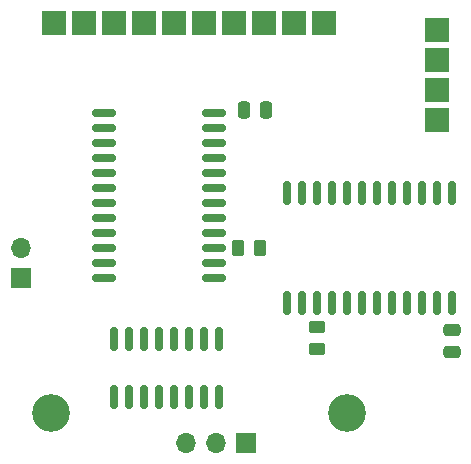
<source format=gbr>
%TF.GenerationSoftware,KiCad,Pcbnew,(6.0.11-0)*%
%TF.CreationDate,2023-04-24T19:25:08-04:00*%
%TF.ProjectId,ClickerController,436c6963-6b65-4724-936f-6e74726f6c6c,rev?*%
%TF.SameCoordinates,Original*%
%TF.FileFunction,Soldermask,Top*%
%TF.FilePolarity,Negative*%
%FSLAX46Y46*%
G04 Gerber Fmt 4.6, Leading zero omitted, Abs format (unit mm)*
G04 Created by KiCad (PCBNEW (6.0.11-0)) date 2023-04-24 19:25:08*
%MOMM*%
%LPD*%
G01*
G04 APERTURE LIST*
G04 Aperture macros list*
%AMRoundRect*
0 Rectangle with rounded corners*
0 $1 Rounding radius*
0 $2 $3 $4 $5 $6 $7 $8 $9 X,Y pos of 4 corners*
0 Add a 4 corners polygon primitive as box body*
4,1,4,$2,$3,$4,$5,$6,$7,$8,$9,$2,$3,0*
0 Add four circle primitives for the rounded corners*
1,1,$1+$1,$2,$3*
1,1,$1+$1,$4,$5*
1,1,$1+$1,$6,$7*
1,1,$1+$1,$8,$9*
0 Add four rect primitives between the rounded corners*
20,1,$1+$1,$2,$3,$4,$5,0*
20,1,$1+$1,$4,$5,$6,$7,0*
20,1,$1+$1,$6,$7,$8,$9,0*
20,1,$1+$1,$8,$9,$2,$3,0*%
G04 Aperture macros list end*
%ADD10C,3.200000*%
%ADD11R,1.700000X1.700000*%
%ADD12O,1.700000X1.700000*%
%ADD13RoundRect,0.150000X-0.875000X-0.150000X0.875000X-0.150000X0.875000X0.150000X-0.875000X0.150000X0*%
%ADD14R,2.000000X2.000000*%
%ADD15RoundRect,0.250000X0.262500X0.450000X-0.262500X0.450000X-0.262500X-0.450000X0.262500X-0.450000X0*%
%ADD16RoundRect,0.250000X0.475000X-0.250000X0.475000X0.250000X-0.475000X0.250000X-0.475000X-0.250000X0*%
%ADD17RoundRect,0.250000X0.250000X0.475000X-0.250000X0.475000X-0.250000X-0.475000X0.250000X-0.475000X0*%
%ADD18RoundRect,0.150000X-0.150000X0.825000X-0.150000X-0.825000X0.150000X-0.825000X0.150000X0.825000X0*%
%ADD19RoundRect,0.250000X-0.450000X0.262500X-0.450000X-0.262500X0.450000X-0.262500X0.450000X0.262500X0*%
%ADD20RoundRect,0.150000X-0.150000X0.875000X-0.150000X-0.875000X0.150000X-0.875000X0.150000X0.875000X0*%
G04 APERTURE END LIST*
D10*
%TO.C,REF\u002A\u002A*%
X136906000Y-93980000D03*
%TD*%
%TO.C,REF\u002A\u002A*%
X161950400Y-93980000D03*
%TD*%
D11*
%TO.C,J2*%
X153401000Y-96520000D03*
D12*
X150861000Y-96520000D03*
X148321000Y-96520000D03*
%TD*%
D13*
%TO.C,U1*%
X141400000Y-68580000D03*
X141400000Y-69850000D03*
X141400000Y-71120000D03*
X141400000Y-72390000D03*
X141400000Y-73660000D03*
X141400000Y-74930000D03*
X141400000Y-76200000D03*
X141400000Y-77470000D03*
X141400000Y-78740000D03*
X141400000Y-80010000D03*
X141400000Y-81280000D03*
X141400000Y-82550000D03*
X150700000Y-82550000D03*
X150700000Y-81280000D03*
X150700000Y-80010000D03*
X150700000Y-78740000D03*
X150700000Y-77470000D03*
X150700000Y-76200000D03*
X150700000Y-74930000D03*
X150700000Y-73660000D03*
X150700000Y-72390000D03*
X150700000Y-71120000D03*
X150700000Y-69850000D03*
X150700000Y-68580000D03*
%TD*%
D14*
%TO.C,J3*%
X160020000Y-60960000D03*
X157480000Y-60960000D03*
X154940000Y-60960000D03*
X152400000Y-60960000D03*
X149860000Y-60960000D03*
X147320000Y-60960000D03*
X144780000Y-60960000D03*
X142240000Y-60960000D03*
X139700000Y-60960000D03*
X137160000Y-60960000D03*
%TD*%
D15*
%TO.C,R2*%
X154582500Y-80010000D03*
X152757500Y-80010000D03*
%TD*%
D14*
%TO.C,J4*%
X169545000Y-69215000D03*
X169545000Y-66675000D03*
X169545000Y-64135000D03*
X169545000Y-61595000D03*
%TD*%
D16*
%TO.C,C1*%
X170815000Y-88834000D03*
X170815000Y-86934000D03*
%TD*%
D17*
%TO.C,C2*%
X155128000Y-68326000D03*
X153228000Y-68326000D03*
%TD*%
D18*
%TO.C,U3*%
X151130000Y-87695000D03*
X149860000Y-87695000D03*
X148590000Y-87695000D03*
X147320000Y-87695000D03*
X146050000Y-87695000D03*
X144780000Y-87695000D03*
X143510000Y-87695000D03*
X142240000Y-87695000D03*
X142240000Y-92645000D03*
X143510000Y-92645000D03*
X144780000Y-92645000D03*
X146050000Y-92645000D03*
X147320000Y-92645000D03*
X148590000Y-92645000D03*
X149860000Y-92645000D03*
X151130000Y-92645000D03*
%TD*%
D19*
%TO.C,R1*%
X159385000Y-86717500D03*
X159385000Y-88542500D03*
%TD*%
D11*
%TO.C,J1*%
X134366000Y-82555000D03*
D12*
X134366000Y-80015000D03*
%TD*%
D20*
%TO.C,U2*%
X170815000Y-75360000D03*
X169545000Y-75360000D03*
X168275000Y-75360000D03*
X167005000Y-75360000D03*
X165735000Y-75360000D03*
X164465000Y-75360000D03*
X163195000Y-75360000D03*
X161925000Y-75360000D03*
X160655000Y-75360000D03*
X159385000Y-75360000D03*
X158115000Y-75360000D03*
X156845000Y-75360000D03*
X156845000Y-84660000D03*
X158115000Y-84660000D03*
X159385000Y-84660000D03*
X160655000Y-84660000D03*
X161925000Y-84660000D03*
X163195000Y-84660000D03*
X164465000Y-84660000D03*
X165735000Y-84660000D03*
X167005000Y-84660000D03*
X168275000Y-84660000D03*
X169545000Y-84660000D03*
X170815000Y-84660000D03*
%TD*%
M02*

</source>
